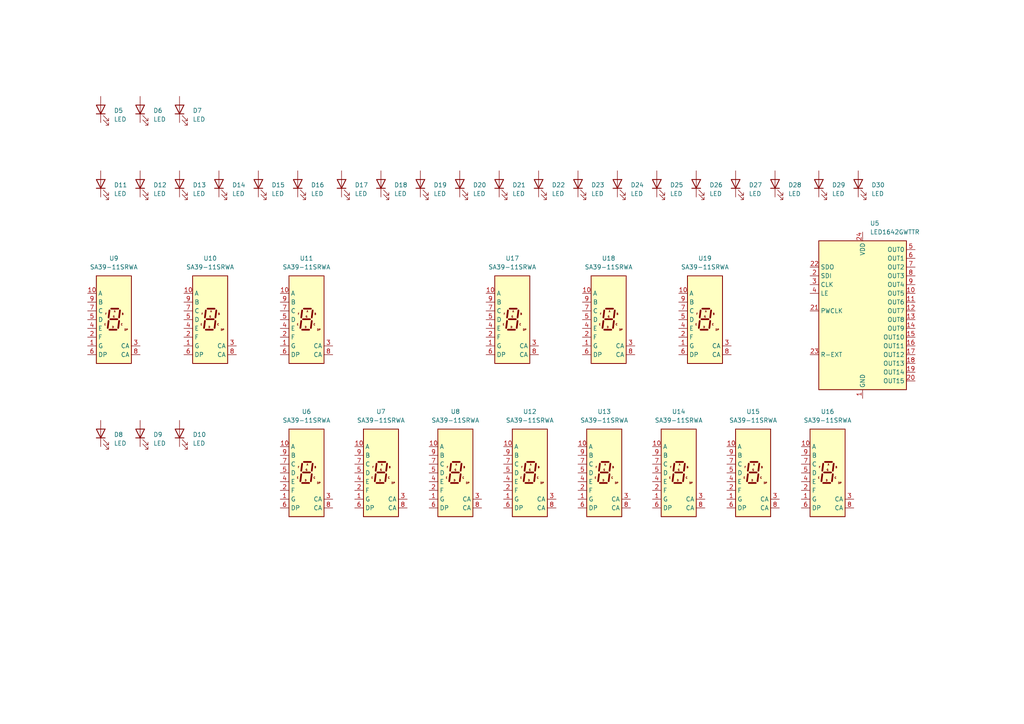
<source format=kicad_sch>
(kicad_sch (version 20250114) (generator "eeschema") (generator_version "9.0")
  (paper "A4")
  (lib_symbols
    (symbol "Device:LED" (pin_numbers (hide yes)) (pin_names (offset 1.016) (hide yes))
      (property "Reference" "D" (at 0 2.54 0))
      (property "Value" "LED" (at 0 -2.54 0))
      (symbol "LED_0_1"
        (polyline (pts (xy -3.048 -0.762) (xy -4.572 -2.286) (xy -3.81 -2.286) (xy -4.572 -2.286) (xy -4.572 -1.524)))
        (polyline (pts (xy -1.778 -0.762) (xy -3.302 -2.286) (xy -2.54 -2.286) (xy -3.302 -2.286) (xy -3.302 -1.524)))
        (polyline (pts (xy -1.27 0) (xy 1.27 0)))
        (polyline (pts (xy -1.27 -1.27) (xy -1.27 1.27)) (stroke (width 0.254)))
        (polyline (pts (xy 1.27 -1.27) (xy 1.27 1.27) (xy -1.27 0) (xy 1.27 -1.27)) (stroke (width 0.254)))
      )
      (symbol "LED_1_1"
        (pin passive line (at -3.81 0 0) (length 2.54) (name "K") (number "1"))
        (pin passive line (at 3.81 0 180) (length 2.54) (name "A") (number "2"))
      )
    )
    (symbol "Display_Character:SA39-11SRWA"
      (property "Reference" "U" (at -3.81 13.97 0))
      (property "Value" "SA39-11SRWA" (at 6.35 13.97 0))
      (symbol "SA39-11SRWA_1_0"
        (text "E" (at -2.54 -1.397 0) (effects (font (size 0.508 0.508))))
        (text "F" (at -2.286 1.651 0) (effects (font (size 0.508 0.508))))
        (text "D" (at -0.254 -2.159 0) (effects (font (size 0.508 0.508))))
        (text "G" (at 0 0.889 0) (effects (font (size 0.508 0.508))))
        (text "A" (at 0.254 2.413 0) (effects (font (size 0.508 0.508))))
        (text "C" (at 2.286 -1.397 0) (effects (font (size 0.508 0.508))))
        (text "B" (at 2.54 1.651 0) (effects (font (size 0.508 0.508))))
        (text "DP" (at 3.556 -2.921 0) (effects (font (size 0.508 0.508))))
      )
      (symbol "SA39-11SRWA_1_1"
        (rectangle (start -5.08 12.7) (end 5.08 -12.7) (stroke (width 0.254)) (fill (type background)))
        (polyline (pts (xy -1.524 -0.381) (xy -1.778 -2.413)) (stroke (width 0.508)))
        (polyline (pts (xy -1.27 2.667) (xy -1.524 0.635)) (stroke (width 0.508)))
        (polyline (pts (xy -1.27 -2.921) (xy 0.762 -2.921)) (stroke (width 0.508)))
        (polyline (pts (xy -1.016 0.127) (xy 1.016 0.127)) (stroke (width 0.508)))
        (polyline (pts (xy -0.762 3.175) (xy 1.27 3.175)) (stroke (width 0.508)))
        (polyline (pts (xy 1.524 -0.381) (xy 1.27 -2.413)) (stroke (width 0.508)))
        (polyline (pts (xy 1.778 2.667) (xy 1.524 0.635)) (stroke (width 0.508)))
        (polyline (pts (xy 2.54 -2.921) (xy 2.54 -2.921)) (stroke (width 0.508)))
        (pin input line (at -7.62 7.62 0) (length 2.54) (name "A") (number "10"))
        (pin input line (at -7.62 5.08 0) (length 2.54) (name "B") (number "9"))
        (pin input line (at -7.62 2.54 0) (length 2.54) (name "C") (number "7"))
        (pin input line (at -7.62 0 0) (length 2.54) (name "D") (number "5"))
        (pin input line (at -7.62 -2.54 0) (length 2.54) (name "E") (number "4"))
        (pin input line (at -7.62 -5.08 0) (length 2.54) (name "F") (number "2"))
        (pin input line (at -7.62 -7.62 0) (length 2.54) (name "G") (number "1"))
        (pin input line (at -7.62 -10.16 0) (length 2.54) (name "DP") (number "6"))
        (pin input line (at 7.62 -7.62 180) (length 2.54) (name "CA") (number "3"))
        (pin input line (at 7.62 -10.16 180) (length 2.54) (name "CA") (number "8"))
      )
    )
    (symbol "Driver_LED:LED1642GWTTR"
      (property "Reference" "U" (at -12.7 21.59 0))
      (property "Value" "LED1642GWTTR" (at 2.54 21.59 0))
      (symbol "LED1642GWTTR_0_1"
        (rectangle (start -12.7 20.32) (end 12.7 -22.86) (stroke (width 0.254)) (fill (type background)))
      )
      (symbol "LED1642GWTTR_1_1"
        (pin output line (at -15.24 12.7 0) (length 2.54) (name "SDO") (number "22"))
        (pin input line (at -15.24 10.16 0) (length 2.54) (name "SDI") (number "2"))
        (pin input line (at -15.24 7.62 0) (length 2.54) (name "CLK") (number "3"))
        (pin input line (at -15.24 5.08 0) (length 2.54) (name "LE") (number "4"))
        (pin input line (at -15.24 0 0) (length 2.54) (name "PWCLK") (number "21"))
        (pin passive line (at -15.24 -12.7 0) (length 2.54) (name "R-EXT") (number "23"))
        (pin power_in line (at 0 22.86 270) (length 2.54) (name "VDD") (number "24"))
        (pin power_in line (at 0 -25.4 90) (length 2.54) (name "GND") (number "1"))
        (pin output line (at 15.24 17.78 180) (length 2.54) (name "OUT0") (number "5"))
        (pin output line (at 15.24 15.24 180) (length 2.54) (name "OUT1") (number "6"))
        (pin output line (at 15.24 12.7 180) (length 2.54) (name "OUT2") (number "7"))
        (pin output line (at 15.24 10.16 180) (length 2.54) (name "OUT3") (number "8"))
        (pin output line (at 15.24 7.62 180) (length 2.54) (name "OUT4") (number "9"))
        (pin output line (at 15.24 5.08 180) (length 2.54) (name "OUT5") (number "10"))
        (pin output line (at 15.24 2.54 180) (length 2.54) (name "OUT6") (number "11"))
        (pin output line (at 15.24 0 180) (length 2.54) (name "OUT7") (number "12"))
        (pin output line (at 15.24 -2.54 180) (length 2.54) (name "OUT8") (number "13"))
        (pin output line (at 15.24 -5.08 180) (length 2.54) (name "OUT9") (number "14"))
        (pin output line (at 15.24 -7.62 180) (length 2.54) (name "OUT10") (number "15"))
        (pin output line (at 15.24 -10.16 180) (length 2.54) (name "OUT11") (number "16"))
        (pin output line (at 15.24 -12.7 180) (length 2.54) (name "OUT12") (number "17"))
        (pin output line (at 15.24 -15.24 180) (length 2.54) (name "OUT13") (number "18"))
        (pin output line (at 15.24 -17.78 180) (length 2.54) (name "OUT14") (number "19"))
        (pin output line (at 15.24 -20.32 180) (length 2.54) (name "OUT15") (number "20"))
      )
    )
  )
  (symbol (lib_id "Device:LED") (at 86.36 53.34 90) (unit 1)
    (property "Reference" "D16" (at 90.17 53.6574 90) (effects (justify right)))
    (property "Value" "LED" (at 90.17 56.1974 90) (effects (justify right)))
    (property "Footprint" "LED_THT:LED_D3.0mm" (effects (hide yes)))
    (property "Description" "Light emitting diode" (effects (hide yes)))
    (property "Sim.Pins" "1=K 2=A" (effects (hide yes)))
  )
  (symbol (lib_id "Device:LED") (at 99.06 53.34 90) (unit 1)
    (property "Reference" "D17" (at 102.87 53.6574 90) (effects (justify right)))
    (property "Value" "LED" (at 102.87 56.1974 90) (effects (justify right)))
    (property "Footprint" "LED_THT:LED_D3.0mm" (effects (hide yes)))
    (property "Description" "Light emitting diode" (effects (hide yes)))
    (property "Sim.Pins" "1=K 2=A" (effects (hide yes)))
  )
  (symbol (lib_id "Device:LED") (at 40.64 53.34 90) (unit 1)
    (property "Reference" "D12" (at 44.45 53.6574 90) (effects (justify right)))
    (property "Value" "LED" (at 44.45 56.1974 90) (effects (justify right)))
    (property "Footprint" "LED_THT:LED_D3.0mm" (effects (hide yes)))
    (property "Description" "Light emitting diode" (effects (hide yes)))
    (property "Sim.Pins" "1=K 2=A" (effects (hide yes)))
  )
  (symbol (lib_id "Display_Character:SA39-11SRWA") (at 204.47 92.71 0) (unit 1)
    (property "Reference" "U19" (at 204.47 74.93 0))
    (property "Value" "SA39-11SRWA" (at 204.47 77.47 0))
    (property "Footprint" "Display_7Segment:Sx39-1xxxxx" (effects (hide yes)))
    (property "Datasheet" "http://www.kingbrightusa.com/images/catalog/SPEC/sa39-11srwa.pdf" (effects (hide yes)))
    (property "Description" "Single digit 7 segment display, super bright red, common anode" (effects (hide yes)))
  )
  (symbol (lib_id "Device:LED") (at 29.21 53.34 90) (unit 1)
    (property "Reference" "D11" (at 33.02 53.6574 90) (effects (justify right)))
    (property "Value" "LED" (at 33.02 56.1974 90) (effects (justify right)))
    (property "Footprint" "LED_THT:LED_D3.0mm" (effects (hide yes)))
    (property "Description" "Light emitting diode" (effects (hide yes)))
    (property "Sim.Pins" "1=K 2=A" (effects (hide yes)))
  )
  (symbol (lib_id "Display_Character:SA39-11SRWA") (at 218.44 137.16 0) (unit 1)
    (property "Reference" "U15" (at 218.44 119.38 0))
    (property "Value" "SA39-11SRWA" (at 218.44 121.92 0))
    (property "Footprint" "Display_7Segment:Sx39-1xxxxx" (effects (hide yes)))
    (property "Datasheet" "http://www.kingbrightusa.com/images/catalog/SPEC/sa39-11srwa.pdf" (effects (hide yes)))
    (property "Description" "Single digit 7 segment display, super bright red, common anode" (effects (hide yes)))
  )
  (symbol (lib_id "Device:LED") (at 156.21 53.34 90) (unit 1)
    (property "Reference" "D22" (at 160.02 53.6574 90) (effects (justify right)))
    (property "Value" "LED" (at 160.02 56.1974 90) (effects (justify right)))
    (property "Footprint" "LED_THT:LED_D3.0mm" (effects (hide yes)))
    (property "Description" "Light emitting diode" (effects (hide yes)))
    (property "Sim.Pins" "1=K 2=A" (effects (hide yes)))
  )
  (symbol (lib_id "Device:LED") (at 121.92 53.34 90) (unit 1)
    (property "Reference" "D19" (at 125.73 53.6574 90) (effects (justify right)))
    (property "Value" "LED" (at 125.73 56.1974 90) (effects (justify right)))
    (property "Footprint" "LED_THT:LED_D3.0mm" (effects (hide yes)))
    (property "Description" "Light emitting diode" (effects (hide yes)))
    (property "Sim.Pins" "1=K 2=A" (effects (hide yes)))
  )
  (symbol (lib_id "Display_Character:SA39-11SRWA") (at 175.26 137.16 0) (unit 1)
    (property "Reference" "U13" (at 175.26 119.38 0))
    (property "Value" "SA39-11SRWA" (at 175.26 121.92 0))
    (property "Footprint" "Display_7Segment:Sx39-1xxxxx" (effects (hide yes)))
    (property "Datasheet" "http://www.kingbrightusa.com/images/catalog/SPEC/sa39-11srwa.pdf" (effects (hide yes)))
    (property "Description" "Single digit 7 segment display, super bright red, common anode" (effects (hide yes)))
  )
  (symbol (lib_id "Device:LED") (at 74.93 53.34 90) (unit 1)
    (property "Reference" "D15" (at 78.74 53.6574 90) (effects (justify right)))
    (property "Value" "LED" (at 78.74 56.1974 90) (effects (justify right)))
    (property "Footprint" "LED_THT:LED_D3.0mm" (effects (hide yes)))
    (property "Description" "Light emitting diode" (effects (hide yes)))
    (property "Sim.Pins" "1=K 2=A" (effects (hide yes)))
  )
  (symbol (lib_id "Display_Character:SA39-11SRWA") (at 153.67 137.16 0) (unit 1)
    (property "Reference" "U12" (at 153.67 119.38 0))
    (property "Value" "SA39-11SRWA" (at 153.67 121.92 0))
    (property "Footprint" "Display_7Segment:Sx39-1xxxxx" (effects (hide yes)))
    (property "Datasheet" "http://www.kingbrightusa.com/images/catalog/SPEC/sa39-11srwa.pdf" (effects (hide yes)))
    (property "Description" "Single digit 7 segment display, super bright red, common anode" (effects (hide yes)))
  )
  (symbol (lib_id "Device:LED") (at 237.49 53.34 90) (unit 1)
    (property "Reference" "D29" (at 241.3 53.6574 90) (effects (justify right)))
    (property "Value" "LED" (at 241.3 56.1974 90) (effects (justify right)))
    (property "Footprint" "LED_THT:LED_D3.0mm" (effects (hide yes)))
    (property "Description" "Light emitting diode" (effects (hide yes)))
    (property "Sim.Pins" "1=K 2=A" (effects (hide yes)))
  )
  (symbol (lib_id "Device:LED") (at 29.21 31.75 90) (unit 1)
    (property "Reference" "D5" (at 33.02 32.0674 90) (effects (justify right)))
    (property "Value" "LED" (at 33.02 34.6074 90) (effects (justify right)))
    (property "Footprint" "LED_THT:LED_D3.0mm" (effects (hide yes)))
    (property "Description" "Light emitting diode" (effects (hide yes)))
    (property "Sim.Pins" "1=K 2=A" (effects (hide yes)))
  )
  (symbol (lib_id "Device:LED") (at 133.35 53.34 90) (unit 1)
    (property "Reference" "D20" (at 137.16 53.6574 90) (effects (justify right)))
    (property "Value" "LED" (at 137.16 56.1974 90) (effects (justify right)))
    (property "Footprint" "LED_THT:LED_D3.0mm" (effects (hide yes)))
    (property "Description" "Light emitting diode" (effects (hide yes)))
    (property "Sim.Pins" "1=K 2=A" (effects (hide yes)))
  )
  (symbol (lib_id "Device:LED") (at 179.07 53.34 90) (unit 1)
    (property "Reference" "D24" (at 182.88 53.6574 90) (effects (justify right)))
    (property "Value" "LED" (at 182.88 56.1974 90) (effects (justify right)))
    (property "Footprint" "LED_THT:LED_D3.0mm" (effects (hide yes)))
    (property "Description" "Light emitting diode" (effects (hide yes)))
    (property "Sim.Pins" "1=K 2=A" (effects (hide yes)))
  )
  (symbol (lib_id "Display_Character:SA39-11SRWA") (at 110.49 137.16 0) (unit 1)
    (property "Reference" "U7" (at 110.49 119.38 0))
    (property "Value" "SA39-11SRWA" (at 110.49 121.92 0))
    (property "Footprint" "Display_7Segment:Sx39-1xxxxx" (effects (hide yes)))
    (property "Datasheet" "http://www.kingbrightusa.com/images/catalog/SPEC/sa39-11srwa.pdf" (effects (hide yes)))
    (property "Description" "Single digit 7 segment display, super bright red, common anode" (effects (hide yes)))
  )
  (symbol (lib_id "Display_Character:SA39-11SRWA") (at 33.02 92.71 0) (unit 1)
    (property "Reference" "U9" (at 33.02 74.93 0))
    (property "Value" "SA39-11SRWA" (at 33.02 77.47 0))
    (property "Footprint" "Display_7Segment:Sx39-1xxxxx" (effects (hide yes)))
    (property "Datasheet" "http://www.kingbrightusa.com/images/catalog/SPEC/sa39-11srwa.pdf" (effects (hide yes)))
    (property "Description" "Single digit 7 segment display, super bright red, common anode" (effects (hide yes)))
  )
  (symbol (lib_id "Device:LED") (at 201.93 53.34 90) (unit 1)
    (property "Reference" "D26" (at 205.74 53.6574 90) (effects (justify right)))
    (property "Value" "LED" (at 205.74 56.1974 90) (effects (justify right)))
    (property "Footprint" "LED_THT:LED_D3.0mm" (effects (hide yes)))
    (property "Description" "Light emitting diode" (effects (hide yes)))
    (property "Sim.Pins" "1=K 2=A" (effects (hide yes)))
  )
  (symbol (lib_id "Device:LED") (at 52.07 125.73 90) (unit 1)
    (property "Reference" "D10" (at 55.88 126.0474 90) (effects (justify right)))
    (property "Value" "LED" (at 55.88 128.5874 90) (effects (justify right)))
    (property "Footprint" "LED_THT:LED_D3.0mm" (effects (hide yes)))
    (property "Description" "Light emitting diode" (effects (hide yes)))
    (property "Sim.Pins" "1=K 2=A" (effects (hide yes)))
  )
  (symbol (lib_id "Device:LED") (at 40.64 31.75 90) (unit 1)
    (property "Reference" "D6" (at 44.45 32.0674 90) (effects (justify right)))
    (property "Value" "LED" (at 44.45 34.6074 90) (effects (justify right)))
    (property "Footprint" "LED_THT:LED_D3.0mm" (effects (hide yes)))
    (property "Description" "Light emitting diode" (effects (hide yes)))
    (property "Sim.Pins" "1=K 2=A" (effects (hide yes)))
  )
  (symbol (lib_id "Display_Character:SA39-11SRWA") (at 240.03 137.16 0) (unit 1)
    (property "Reference" "U16" (at 240.03 119.38 0))
    (property "Value" "SA39-11SRWA" (at 240.03 121.92 0))
    (property "Footprint" "Display_7Segment:Sx39-1xxxxx" (effects (hide yes)))
    (property "Datasheet" "http://www.kingbrightusa.com/images/catalog/SPEC/sa39-11srwa.pdf" (effects (hide yes)))
    (property "Description" "Single digit 7 segment display, super bright red, common anode" (effects (hide yes)))
  )
  (symbol (lib_id "Display_Character:SA39-11SRWA") (at 148.59 92.71 0) (unit 1)
    (property "Reference" "U17" (at 148.59 74.93 0))
    (property "Value" "SA39-11SRWA" (at 148.59 77.47 0))
    (property "Footprint" "Display_7Segment:Sx39-1xxxxx" (effects (hide yes)))
    (property "Datasheet" "http://www.kingbrightusa.com/images/catalog/SPEC/sa39-11srwa.pdf" (effects (hide yes)))
    (property "Description" "Single digit 7 segment display, super bright red, common anode" (effects (hide yes)))
  )
  (symbol (lib_id "Device:LED") (at 52.07 31.75 90) (unit 1)
    (property "Reference" "D7" (at 55.88 32.0674 90) (effects (justify right)))
    (property "Value" "LED" (at 55.88 34.6074 90) (effects (justify right)))
    (property "Footprint" "LED_THT:LED_D3.0mm" (effects (hide yes)))
    (property "Description" "Light emitting diode" (effects (hide yes)))
    (property "Sim.Pins" "1=K 2=A" (effects (hide yes)))
  )
  (symbol (lib_id "Display_Character:SA39-11SRWA") (at 88.9 92.71 0) (unit 1)
    (property "Reference" "U11" (at 88.9 74.93 0))
    (property "Value" "SA39-11SRWA" (at 88.9 77.47 0))
    (property "Footprint" "Display_7Segment:Sx39-1xxxxx" (effects (hide yes)))
    (property "Datasheet" "http://www.kingbrightusa.com/images/catalog/SPEC/sa39-11srwa.pdf" (effects (hide yes)))
    (property "Description" "Single digit 7 segment display, super bright red, common anode" (effects (hide yes)))
  )
  (symbol (lib_id "Device:LED") (at 29.21 125.73 90) (unit 1)
    (property "Reference" "D8" (at 33.02 126.0474 90) (effects (justify right)))
    (property "Value" "LED" (at 33.02 128.5874 90) (effects (justify right)))
    (property "Footprint" "LED_THT:LED_D3.0mm" (effects (hide yes)))
    (property "Description" "Light emitting diode" (effects (hide yes)))
    (property "Sim.Pins" "1=K 2=A" (effects (hide yes)))
  )
  (symbol (lib_id "Device:LED") (at 248.92 53.34 90) (unit 1)
    (property "Reference" "D30" (at 252.73 53.6574 90) (effects (justify right)))
    (property "Value" "LED" (at 252.73 56.1974 90) (effects (justify right)))
    (property "Footprint" "LED_THT:LED_D3.0mm" (effects (hide yes)))
    (property "Description" "Light emitting diode" (effects (hide yes)))
    (property "Sim.Pins" "1=K 2=A" (effects (hide yes)))
  )
  (symbol (lib_id "Device:LED") (at 213.36 53.34 90) (unit 1)
    (property "Reference" "D27" (at 217.17 53.6574 90) (effects (justify right)))
    (property "Value" "LED" (at 217.17 56.1974 90) (effects (justify right)))
    (property "Footprint" "LED_THT:LED_D3.0mm" (effects (hide yes)))
    (property "Description" "Light emitting diode" (effects (hide yes)))
    (property "Sim.Pins" "1=K 2=A" (effects (hide yes)))
  )
  (symbol (lib_id "Display_Character:SA39-11SRWA") (at 176.53 92.71 0) (unit 1)
    (property "Reference" "U18" (at 176.53 74.93 0))
    (property "Value" "SA39-11SRWA" (at 176.53 77.47 0))
    (property "Footprint" "Display_7Segment:Sx39-1xxxxx" (effects (hide yes)))
    (property "Datasheet" "http://www.kingbrightusa.com/images/catalog/SPEC/sa39-11srwa.pdf" (effects (hide yes)))
    (property "Description" "Single digit 7 segment display, super bright red, common anode" (effects (hide yes)))
  )
  (symbol (lib_id "Device:LED") (at 190.5 53.34 90) (unit 1)
    (property "Reference" "D25" (at 194.31 53.6574 90) (effects (justify right)))
    (property "Value" "LED" (at 194.31 56.1974 90) (effects (justify right)))
    (property "Footprint" "LED_THT:LED_D3.0mm" (effects (hide yes)))
    (property "Description" "Light emitting diode" (effects (hide yes)))
    (property "Sim.Pins" "1=K 2=A" (effects (hide yes)))
  )
  (symbol (lib_id "Device:LED") (at 110.49 53.34 90) (unit 1)
    (property "Reference" "D18" (at 114.3 53.6574 90) (effects (justify right)))
    (property "Value" "LED" (at 114.3 56.1974 90) (effects (justify right)))
    (property "Footprint" "LED_THT:LED_D3.0mm" (effects (hide yes)))
    (property "Description" "Light emitting diode" (effects (hide yes)))
    (property "Sim.Pins" "1=K 2=A" (effects (hide yes)))
  )
  (symbol (lib_id "Device:LED") (at 144.78 53.34 90) (unit 1)
    (property "Reference" "D21" (at 148.59 53.6574 90) (effects (justify right)))
    (property "Value" "LED" (at 148.59 56.1974 90) (effects (justify right)))
    (property "Footprint" "LED_THT:LED_D3.0mm" (effects (hide yes)))
    (property "Description" "Light emitting diode" (effects (hide yes)))
    (property "Sim.Pins" "1=K 2=A" (effects (hide yes)))
  )
  (symbol (lib_id "Display_Character:SA39-11SRWA") (at 196.85 137.16 0) (unit 1)
    (property "Reference" "U14" (at 196.85 119.38 0))
    (property "Value" "SA39-11SRWA" (at 196.85 121.92 0))
    (property "Footprint" "Display_7Segment:Sx39-1xxxxx" (effects (hide yes)))
    (property "Datasheet" "http://www.kingbrightusa.com/images/catalog/SPEC/sa39-11srwa.pdf" (effects (hide yes)))
    (property "Description" "Single digit 7 segment display, super bright red, common anode" (effects (hide yes)))
  )
  (symbol (lib_id "Device:LED") (at 63.5 53.34 90) (unit 1)
    (property "Reference" "D14" (at 67.31 53.6574 90) (effects (justify right)))
    (property "Value" "LED" (at 67.31 56.1974 90) (effects (justify right)))
    (property "Footprint" "LED_THT:LED_D3.0mm" (effects (hide yes)))
    (property "Description" "Light emitting diode" (effects (hide yes)))
    (property "Sim.Pins" "1=K 2=A" (effects (hide yes)))
  )
  (symbol (lib_id "Display_Character:SA39-11SRWA") (at 60.96 92.71 0) (unit 1)
    (property "Reference" "U10" (at 60.96 74.93 0))
    (property "Value" "SA39-11SRWA" (at 60.96 77.47 0))
    (property "Footprint" "Display_7Segment:Sx39-1xxxxx" (effects (hide yes)))
    (property "Datasheet" "http://www.kingbrightusa.com/images/catalog/SPEC/sa39-11srwa.pdf" (effects (hide yes)))
    (property "Description" "Single digit 7 segment display, super bright red, common anode" (effects (hide yes)))
  )
  (symbol (lib_id "Driver_LED:LED1642GWTTR") (at 250.19 90.17 0) (unit 1)
    (property "Reference" "U5" (at 252.3333 64.77 0) (effects (justify left)))
    (property "Value" "LED1642GWTTR" (at 252.3333 67.31 0) (effects (justify left)))
    (property "Footprint" "Package_SO:TSSOP-24_4.4x7.8mm_P0.65mm" (effects (hide yes)))
    (property "Datasheet" "https://www.st.com/resource/en/datasheet/led1642gw.pdf" (effects (hide yes)))
    (property "Description" "16-channel LED driver with error detection, current gain control and 12/16 bit PWM brightness control, TSSOP-24" (effects (hide yes)))
  )
  (symbol (lib_id "Device:LED") (at 40.64 125.73 90) (unit 1)
    (property "Reference" "D9" (at 44.45 126.0474 90) (effects (justify right)))
    (property "Value" "LED" (at 44.45 128.5874 90) (effects (justify right)))
    (property "Footprint" "LED_THT:LED_D3.0mm" (effects (hide yes)))
    (property "Description" "Light emitting diode" (effects (hide yes)))
    (property "Sim.Pins" "1=K 2=A" (effects (hide yes)))
  )
  (symbol (lib_id "Device:LED") (at 224.79 53.34 90) (unit 1)
    (property "Reference" "D28" (at 228.6 53.6574 90) (effects (justify right)))
    (property "Value" "LED" (at 228.6 56.1974 90) (effects (justify right)))
    (property "Footprint" "LED_THT:LED_D3.0mm" (effects (hide yes)))
    (property "Description" "Light emitting diode" (effects (hide yes)))
    (property "Sim.Pins" "1=K 2=A" (effects (hide yes)))
  )
  (symbol (lib_id "Device:LED") (at 167.64 53.34 90) (unit 1)
    (property "Reference" "D23" (at 171.45 53.6574 90) (effects (justify right)))
    (property "Value" "LED" (at 171.45 56.1974 90) (effects (justify right)))
    (property "Footprint" "LED_THT:LED_D3.0mm" (effects (hide yes)))
    (property "Description" "Light emitting diode" (effects (hide yes)))
    (property "Sim.Pins" "1=K 2=A" (effects (hide yes)))
  )
  (symbol (lib_id "Display_Character:SA39-11SRWA") (at 132.08 137.16 0) (unit 1)
    (property "Reference" "U8" (at 132.08 119.38 0))
    (property "Value" "SA39-11SRWA" (at 132.08 121.92 0))
    (property "Footprint" "Display_7Segment:Sx39-1xxxxx" (effects (hide yes)))
    (property "Datasheet" "http://www.kingbrightusa.com/images/catalog/SPEC/sa39-11srwa.pdf" (effects (hide yes)))
    (property "Description" "Single digit 7 segment display, super bright red, common anode" (effects (hide yes)))
  )
  (symbol (lib_id "Device:LED") (at 52.07 53.34 90) (unit 1)
    (property "Reference" "D13" (at 55.88 53.6574 90) (effects (justify right)))
    (property "Value" "LED" (at 55.88 56.1974 90) (effects (justify right)))
    (property "Footprint" "LED_THT:LED_D3.0mm" (effects (hide yes)))
    (property "Description" "Light emitting diode" (effects (hide yes)))
    (property "Sim.Pins" "1=K 2=A" (effects (hide yes)))
  )
  (symbol (lib_id "Display_Character:SA39-11SRWA") (at 88.9 137.16 0) (unit 1)
    (property "Reference" "U6" (at 88.9 119.38 0))
    (property "Value" "SA39-11SRWA" (at 88.9 121.92 0))
    (property "Footprint" "Display_7Segment:Sx39-1xxxxx" (effects (hide yes)))
    (property "Datasheet" "http://www.kingbrightusa.com/images/catalog/SPEC/sa39-11srwa.pdf" (effects (hide yes)))
    (property "Description" "Single digit 7 segment display, super bright red, common anode" (effects (hide yes)))
  )
)
</source>
